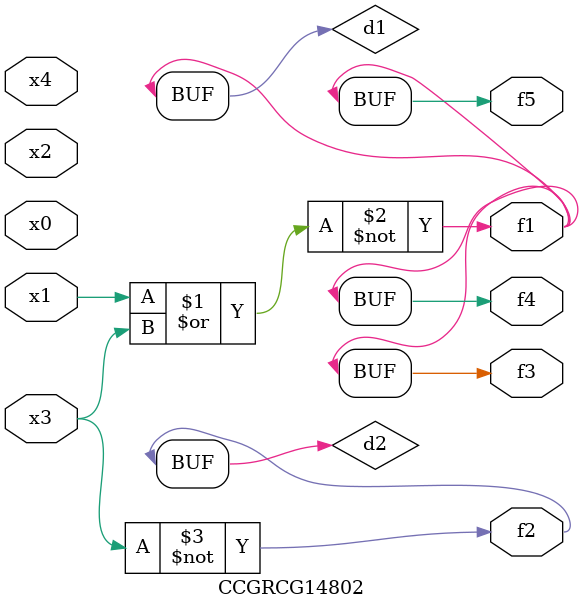
<source format=v>
module CCGRCG14802(
	input x0, x1, x2, x3, x4,
	output f1, f2, f3, f4, f5
);

	wire d1, d2;

	nor (d1, x1, x3);
	not (d2, x3);
	assign f1 = d1;
	assign f2 = d2;
	assign f3 = d1;
	assign f4 = d1;
	assign f5 = d1;
endmodule

</source>
